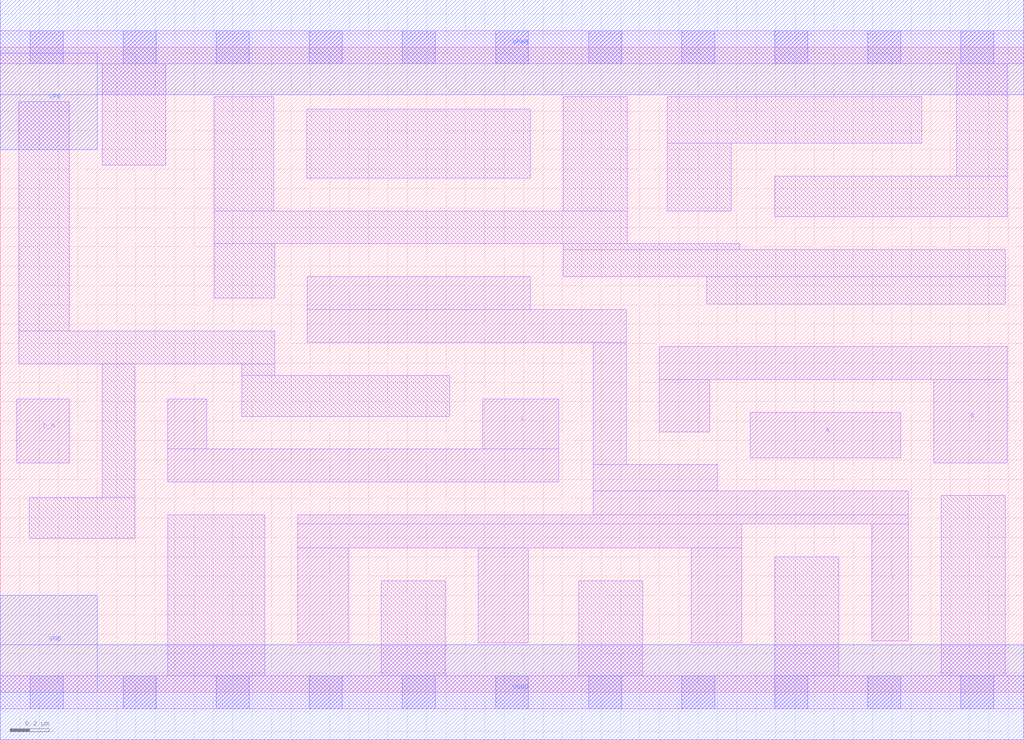
<source format=lef>
# Copyright 2020 The SkyWater PDK Authors
#
# Licensed under the Apache License, Version 2.0 (the "License");
# you may not use this file except in compliance with the License.
# You may obtain a copy of the License at
#
#     https://www.apache.org/licenses/LICENSE-2.0
#
# Unless required by applicable law or agreed to in writing, software
# distributed under the License is distributed on an "AS IS" BASIS,
# WITHOUT WARRANTIES OR CONDITIONS OF ANY KIND, either express or implied.
# See the License for the specific language governing permissions and
# limitations under the License.
#
# SPDX-License-Identifier: Apache-2.0

VERSION 5.5 ;
NAMESCASESENSITIVE ON ;
BUSBITCHARS "[]" ;
DIVIDERCHAR "/" ;
MACRO sky130_fd_sc_lp__nor4b_2
  CLASS CORE ;
  SOURCE USER ;
  ORIGIN  0.000000  0.000000 ;
  SIZE  5.280000 BY  3.330000 ;
  SYMMETRY X Y R90 ;
  SITE unit ;
  PIN A
    ANTENNAGATEAREA  0.630000 ;
    DIRECTION INPUT ;
    USE SIGNAL ;
    PORT
      LAYER li1 ;
        RECT 3.870000 1.210000 4.645000 1.445000 ;
    END
  END A
  PIN B
    ANTENNAGATEAREA  0.630000 ;
    DIRECTION INPUT ;
    USE SIGNAL ;
    PORT
      LAYER li1 ;
        RECT 3.400000 1.345000 3.660000 1.615000 ;
        RECT 3.400000 1.615000 5.195000 1.785000 ;
        RECT 4.815000 1.185000 5.195000 1.615000 ;
    END
  END B
  PIN C
    ANTENNAGATEAREA  0.630000 ;
    DIRECTION INPUT ;
    USE SIGNAL ;
    PORT
      LAYER li1 ;
        RECT 0.865000 1.085000 2.880000 1.255000 ;
        RECT 0.865000 1.255000 1.065000 1.515000 ;
        RECT 2.490000 1.255000 2.880000 1.515000 ;
    END
  END C
  PIN D_N
    ANTENNAGATEAREA  0.126000 ;
    DIRECTION INPUT ;
    USE SIGNAL ;
    PORT
      LAYER li1 ;
        RECT 0.085000 1.185000 0.355000 1.515000 ;
    END
  END D_N
  PIN Y
    ANTENNADIFFAREA  1.293600 ;
    DIRECTION OUTPUT ;
    USE SIGNAL ;
    PORT
      LAYER li1 ;
        RECT 1.535000 0.255000 1.795000 0.745000 ;
        RECT 1.535000 0.745000 3.825000 0.870000 ;
        RECT 1.535000 0.870000 4.685000 0.915000 ;
        RECT 1.585000 1.805000 3.230000 1.975000 ;
        RECT 1.585000 1.975000 2.735000 2.145000 ;
        RECT 2.465000 0.255000 2.725000 0.745000 ;
        RECT 3.060000 0.915000 4.685000 1.040000 ;
        RECT 3.060000 1.040000 3.700000 1.175000 ;
        RECT 3.060000 1.175000 3.230000 1.805000 ;
        RECT 3.565000 0.255000 3.825000 0.745000 ;
        RECT 4.495000 0.265000 4.685000 0.870000 ;
    END
  END Y
  PIN VGND
    DIRECTION INOUT ;
    USE GROUND ;
    PORT
      LAYER met1 ;
        RECT 0.000000 -0.245000 5.280000 0.245000 ;
    END
  END VGND
  PIN VNB
    DIRECTION INOUT ;
    USE GROUND ;
    PORT
      LAYER met1 ;
        RECT 0.000000 0.000000 0.500000 0.500000 ;
    END
  END VNB
  PIN VPB
    DIRECTION INOUT ;
    USE POWER ;
    PORT
      LAYER met1 ;
        RECT 0.000000 2.800000 0.500000 3.300000 ;
    END
  END VPB
  PIN VPWR
    DIRECTION INOUT ;
    USE POWER ;
    PORT
      LAYER met1 ;
        RECT 0.000000 3.085000 5.280000 3.575000 ;
    END
  END VPWR
  OBS
    LAYER li1 ;
      RECT 0.000000 -0.085000 5.280000 0.085000 ;
      RECT 0.000000  3.245000 5.280000 3.415000 ;
      RECT 0.095000  1.695000 1.415000 1.865000 ;
      RECT 0.095000  1.865000 0.355000 3.050000 ;
      RECT 0.150000  0.795000 0.695000 1.005000 ;
      RECT 0.525000  1.005000 0.695000 1.695000 ;
      RECT 0.525000  2.720000 0.855000 3.245000 ;
      RECT 0.865000  0.085000 1.365000 0.915000 ;
      RECT 1.105000  2.035000 1.415000 2.315000 ;
      RECT 1.105000  2.315000 3.235000 2.485000 ;
      RECT 1.105000  2.485000 1.410000 3.075000 ;
      RECT 1.245000  1.425000 2.320000 1.635000 ;
      RECT 1.245000  1.635000 1.415000 1.695000 ;
      RECT 1.580000  2.655000 2.735000 3.010000 ;
      RECT 1.965000  0.085000 2.295000 0.575000 ;
      RECT 2.905000  2.145000 5.185000 2.285000 ;
      RECT 2.905000  2.285000 3.815000 2.315000 ;
      RECT 2.905000  2.485000 3.235000 3.075000 ;
      RECT 2.985000  0.085000 3.315000 0.575000 ;
      RECT 3.440000  2.485000 3.770000 2.835000 ;
      RECT 3.440000  2.835000 4.755000 3.075000 ;
      RECT 3.645000  2.005000 5.185000 2.145000 ;
      RECT 3.995000  0.085000 4.325000 0.700000 ;
      RECT 3.995000  2.455000 5.195000 2.665000 ;
      RECT 4.855000  0.085000 5.185000 1.015000 ;
      RECT 4.935000  2.665000 5.195000 3.245000 ;
    LAYER mcon ;
      RECT 0.155000 -0.085000 0.325000 0.085000 ;
      RECT 0.155000  3.245000 0.325000 3.415000 ;
      RECT 0.635000 -0.085000 0.805000 0.085000 ;
      RECT 0.635000  3.245000 0.805000 3.415000 ;
      RECT 1.115000 -0.085000 1.285000 0.085000 ;
      RECT 1.115000  3.245000 1.285000 3.415000 ;
      RECT 1.595000 -0.085000 1.765000 0.085000 ;
      RECT 1.595000  3.245000 1.765000 3.415000 ;
      RECT 2.075000 -0.085000 2.245000 0.085000 ;
      RECT 2.075000  3.245000 2.245000 3.415000 ;
      RECT 2.555000 -0.085000 2.725000 0.085000 ;
      RECT 2.555000  3.245000 2.725000 3.415000 ;
      RECT 3.035000 -0.085000 3.205000 0.085000 ;
      RECT 3.035000  3.245000 3.205000 3.415000 ;
      RECT 3.515000 -0.085000 3.685000 0.085000 ;
      RECT 3.515000  3.245000 3.685000 3.415000 ;
      RECT 3.995000 -0.085000 4.165000 0.085000 ;
      RECT 3.995000  3.245000 4.165000 3.415000 ;
      RECT 4.475000 -0.085000 4.645000 0.085000 ;
      RECT 4.475000  3.245000 4.645000 3.415000 ;
      RECT 4.955000 -0.085000 5.125000 0.085000 ;
      RECT 4.955000  3.245000 5.125000 3.415000 ;
  END
END sky130_fd_sc_lp__nor4b_2

</source>
